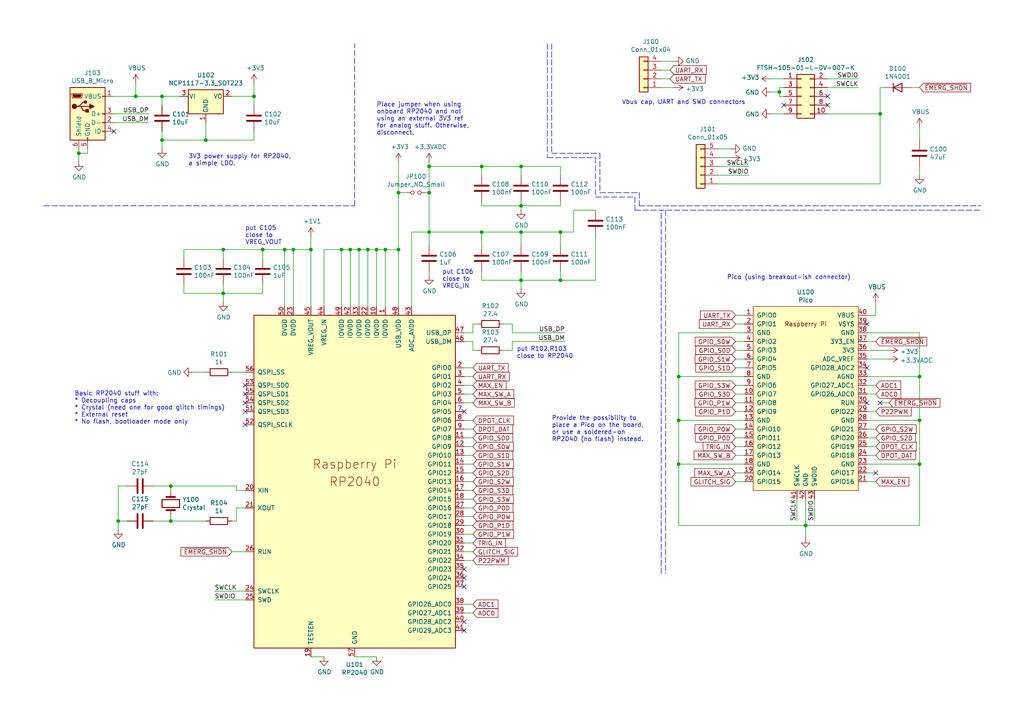
<source format=kicad_sch>
(kicad_sch (version 20211123) (generator eeschema)
  (paper "A4")
  (lib_symbols
    (symbol "Connector:USB_B_Micro" (pin_names (offset 1.016))
      (property "Reference" "J" (at -5.08 11.43 0))
      (property "Value" "USB_B_Micro" (at -5.08 8.89 0))
      (symbol "USB_B_Micro_1_1"
        (pin power_out line (at 7.62 5.08 180) (length 2.54) (name "VBUS") (number "1"))
        (pin bidirectional line (at 7.62 -2.54 180) (length 2.54) (name "D-") (number "2"))
        (pin bidirectional line (at 7.62 0 180) (length 2.54) (name "D+") (number "3"))
        (pin passive line (at 7.62 -5.08 180) (length 2.54) (name "ID") (number "4"))
        (pin power_out line (at 0 -10.16 90) (length 2.54) (name "GND") (number "5"))
        (pin passive line (at -2.54 -10.16 90) (length 2.54) (name "Shield") (number "6"))
      )
    )
    (symbol "Connector_Generic:Conn_01x04" (pin_names (offset 1.016) hide)
      (property "Reference" "J" (at 0 5.08 0))
      (property "Value" "Conn_01x04" (at 0 -7.62 0))
      (symbol "Conn_01x04_1_1"
        (pin passive line (at -5.08 2.54 0) (length 3.81) (name "Pin_1") (number "1"))
        (pin passive line (at -5.08 0 0) (length 3.81) (name "Pin_2") (number "2"))
        (pin passive line (at -5.08 -2.54 0) (length 3.81) (name "Pin_3") (number "3"))
        (pin passive line (at -5.08 -5.08 0) (length 3.81) (name "Pin_4") (number "4"))
      )
    )
    (symbol "Connector_Generic:Conn_01x05" (pin_names (offset 1.016) hide)
      (property "Reference" "J" (at 0 7.62 0))
      (property "Value" "Conn_01x05" (at 0 -7.62 0))
      (symbol "Conn_01x05_1_1"
        (pin passive line (at -5.08 5.08 0) (length 3.81) (name "Pin_1") (number "1"))
        (pin passive line (at -5.08 2.54 0) (length 3.81) (name "Pin_2") (number "2"))
        (pin passive line (at -5.08 0 0) (length 3.81) (name "Pin_3") (number "3"))
        (pin passive line (at -5.08 -2.54 0) (length 3.81) (name "Pin_4") (number "4"))
        (pin passive line (at -5.08 -5.08 0) (length 3.81) (name "Pin_5") (number "5"))
      )
    )
    (symbol "Connector_Generic:Conn_02x05_Odd_Even" (pin_names (offset 1.016) hide)
      (property "Reference" "J" (at 1.27 7.62 0))
      (property "Value" "Conn_02x05_Odd_Even" (at 1.27 -7.62 0))
      (symbol "Conn_02x05_Odd_Even_1_1"
        (pin passive line (at -5.08 5.08 0) (length 3.81) (name "Pin_1") (number "1"))
        (pin passive line (at 7.62 -5.08 180) (length 3.81) (name "Pin_10") (number "10"))
        (pin passive line (at 7.62 5.08 180) (length 3.81) (name "Pin_2") (number "2"))
        (pin passive line (at -5.08 2.54 0) (length 3.81) (name "Pin_3") (number "3"))
        (pin passive line (at 7.62 2.54 180) (length 3.81) (name "Pin_4") (number "4"))
        (pin passive line (at -5.08 0 0) (length 3.81) (name "Pin_5") (number "5"))
        (pin passive line (at 7.62 0 180) (length 3.81) (name "Pin_6") (number "6"))
        (pin passive line (at -5.08 -2.54 0) (length 3.81) (name "Pin_7") (number "7"))
        (pin passive line (at 7.62 -2.54 180) (length 3.81) (name "Pin_8") (number "8"))
        (pin passive line (at -5.08 -5.08 0) (length 3.81) (name "Pin_9") (number "9"))
      )
    )
    (symbol "Device:C" (pin_numbers hide) (pin_names (offset 0.254))
      (property "Reference" "C" (at 0.635 2.54 0))
      (property "Value" "C" (at 0.635 -2.54 0))
      (symbol "C_1_1"
        (pin passive line (at 0 3.81 270) (length 2.794) (name "~") (number "1"))
        (pin passive line (at 0 -3.81 90) (length 2.794) (name "~") (number "2"))
      )
    )
    (symbol "Device:Crystal" (pin_numbers hide) (pin_names (offset 1.016) hide)
      (property "Reference" "Y" (at 0 3.81 0))
      (property "Value" "Crystal" (at 0 -3.81 0))
      (symbol "Crystal_1_1"
        (pin passive line (at -3.81 0 0) (length 1.27) (name "1") (number "1"))
        (pin passive line (at 3.81 0 180) (length 1.27) (name "2") (number "2"))
      )
    )
    (symbol "Device:D" (pin_numbers hide) (pin_names (offset 1.016) hide)
      (property "Reference" "D" (at 0 2.54 0))
      (property "Value" "D" (at 0 -2.54 0))
      (symbol "D_1_1"
        (pin passive line (at -3.81 0 0) (length 2.54) (name "K") (number "1"))
        (pin passive line (at 3.81 0 180) (length 2.54) (name "A") (number "2"))
      )
    )
    (symbol "Device:Jumper_NO_Small" (pin_numbers hide) (pin_names (offset 0.762) hide)
      (property "Reference" "JP" (at 0 2.032 0))
      (property "Value" "Device_Jumper_NO_Small" (at 0.254 -1.524 0))
      (symbol "Jumper_NO_Small_0_1"
        (pin passive line (at -2.54 0 0) (length 1.016) (name "1") (number "1"))
        (pin passive line (at 2.54 0 180) (length 1.016) (name "2") (number "2"))
      )
    )
    (symbol "Device:R" (pin_numbers hide) (pin_names (offset 0))
      (property "Reference" "R" (at 2.032 0 90))
      (property "Value" "R" (at 0 0 90))
      (symbol "R_1_1"
        (pin passive line (at 0 3.81 270) (length 1.27) (name "~") (number "1"))
        (pin passive line (at 0 -3.81 90) (length 1.27) (name "~") (number "2"))
      )
    )
    (symbol "MCU_RaspberryPi_and_Boards:Pico" (pin_names (offset 1.016))
      (property "Reference" "U" (at -13.97 27.94 0))
      (property "Value" "Pico" (at 0 19.05 0))
      (symbol "Pico_0_0"
        (text "Raspberry Pi" (at 0 21.59 0) (effects (font (size 1.27 1.27))))
      )
      (symbol "Pico_1_1"
        (pin bidirectional line (at -17.78 24.13 0) (length 2.54) (name "GPIO0") (number "1"))
        (pin bidirectional line (at -17.78 1.27 0) (length 2.54) (name "GPIO7") (number "10"))
        (pin bidirectional line (at -17.78 -1.27 0) (length 2.54) (name "GPIO8") (number "11"))
        (pin bidirectional line (at -17.78 -3.81 0) (length 2.54) (name "GPIO9") (number "12"))
        (pin power_in line (at -17.78 -6.35 0) (length 2.54) (name "GND") (number "13"))
        (pin bidirectional line (at -17.78 -8.89 0) (length 2.54) (name "GPIO10") (number "14"))
        (pin bidirectional line (at -17.78 -11.43 0) (length 2.54) (name "GPIO11") (number "15"))
        (pin bidirectional line (at -17.78 -13.97 0) (length 2.54) (name "GPIO12") (number "16"))
        (pin bidirectional line (at -17.78 -16.51 0) (length 2.54) (name "GPIO13") (number "17"))
        (pin power_in line (at -17.78 -19.05 0) (length 2.54) (name "GND") (number "18"))
        (pin bidirectional line (at -17.78 -21.59 0) (length 2.54) (name "GPIO14") (number "19"))
        (pin bidirectional line (at -17.78 21.59 0) (length 2.54) (name "GPIO1") (number "2"))
        (pin bidirectional line (at -17.78 -24.13 0) (length 2.54) (name "GPIO15") (number "20"))
        (pin bidirectional line (at 17.78 -24.13 180) (length 2.54) (name "GPIO16") (number "21"))
        (pin bidirectional line (at 17.78 -21.59 180) (length 2.54) (name "GPIO17") (number "22"))
        (pin power_in line (at 17.78 -19.05 180) (length 2.54) (name "GND") (number "23"))
        (pin bidirectional line (at 17.78 -16.51 180) (length 2.54) (name "GPIO18") (number "24"))
        (pin bidirectional line (at 17.78 -13.97 180) (length 2.54) (name "GPIO19") (number "25"))
        (pin bidirectional line (at 17.78 -11.43 180) (length 2.54) (name "GPIO20") (number "26"))
        (pin bidirectional line (at 17.78 -8.89 180) (length 2.54) (name "GPIO21") (number "27"))
        (pin power_in line (at 17.78 -6.35 180) (length 2.54) (name "GND") (number "28"))
        (pin bidirectional line (at 17.78 -3.81 180) (length 2.54) (name "GPIO22") (number "29"))
        (pin power_in line (at -17.78 19.05 0) (length 2.54) (name "GND") (number "3"))
        (pin input line (at 17.78 -1.27 180) (length 2.54) (name "RUN") (number "30"))
        (pin bidirectional line (at 17.78 1.27 180) (length 2.54) (name "GPIO26_ADC0") (number "31"))
        (pin bidirectional line (at 17.78 3.81 180) (length 2.54) (name "GPIO27_ADC1") (number "32"))
        (pin power_in line (at 17.78 6.35 180) (length 2.54) (name "AGND") (number "33"))
        (pin bidirectional line (at 17.78 8.89 180) (length 2.54) (name "GPIO28_ADC2") (number "34"))
        (pin unspecified line (at 17.78 11.43 180) (length 2.54) (name "ADC_VREF") (number "35"))
        (pin unspecified line (at 17.78 13.97 180) (length 2.54) (name "3V3") (number "36"))
        (pin input line (at 17.78 16.51 180) (length 2.54) (name "3V3_EN") (number "37"))
        (pin bidirectional line (at 17.78 19.05 180) (length 2.54) (name "GND") (number "38"))
        (pin unspecified line (at 17.78 21.59 180) (length 2.54) (name "VSYS") (number "39"))
        (pin bidirectional line (at -17.78 16.51 0) (length 2.54) (name "GPIO2") (number "4"))
        (pin unspecified line (at 17.78 24.13 180) (length 2.54) (name "VBUS") (number "40"))
        (pin input line (at -2.54 -29.21 90) (length 2.54) (name "SWCLK") (number "41"))
        (pin power_in line (at 0 -29.21 90) (length 2.54) (name "GND") (number "42"))
        (pin bidirectional line (at 2.54 -29.21 90) (length 2.54) (name "SWDIO") (number "43"))
        (pin bidirectional line (at -17.78 13.97 0) (length 2.54) (name "GPIO3") (number "5"))
        (pin bidirectional line (at -17.78 11.43 0) (length 2.54) (name "GPIO4") (number "6"))
        (pin bidirectional line (at -17.78 8.89 0) (length 2.54) (name "GPIO5") (number "7"))
        (pin power_in line (at -17.78 6.35 0) (length 2.54) (name "GND") (number "8"))
        (pin bidirectional line (at -17.78 3.81 0) (length 2.54) (name "GPIO6") (number "9"))
      )
    )
    (symbol "MCU_RaspberryPi_and_Boards:RP2040" (pin_names (offset 1.016))
      (property "Reference" "U" (at -29.21 49.53 0))
      (property "Value" "RP2040" (at 24.13 -49.53 0))
      (symbol "RP2040_0_0"
        (text "Raspberry Pi" (at 0 5.08 0) (effects (font (size 2.54 2.54))))
        (text "RP2040" (at 0 0 0) (effects (font (size 2.54 2.54))))
      )
      (symbol "RP2040_1_1"
        (pin power_in line (at 8.89 50.8 270) (length 2.54) (name "IOVDD") (number "1"))
        (pin power_in line (at 6.35 50.8 270) (length 2.54) (name "IOVDD") (number "10"))
        (pin bidirectional line (at 31.75 12.7 180) (length 2.54) (name "GPIO8") (number "11"))
        (pin bidirectional line (at 31.75 10.16 180) (length 2.54) (name "GPIO9") (number "12"))
        (pin bidirectional line (at 31.75 7.62 180) (length 2.54) (name "GPIO10") (number "13"))
        (pin bidirectional line (at 31.75 5.08 180) (length 2.54) (name "GPIO11") (number "14"))
        (pin bidirectional line (at 31.75 2.54 180) (length 2.54) (name "GPIO12") (number "15"))
        (pin bidirectional line (at 31.75 0 180) (length 2.54) (name "GPIO13") (number "16"))
        (pin bidirectional line (at 31.75 -2.54 180) (length 2.54) (name "GPIO14") (number "17"))
        (pin bidirectional line (at 31.75 -5.08 180) (length 2.54) (name "GPIO15") (number "18"))
        (pin passive line (at -12.7 -50.8 90) (length 2.54) (name "TESTEN") (number "19"))
        (pin bidirectional line (at 31.75 33.02 180) (length 2.54) (name "GPIO0") (number "2"))
        (pin input line (at -31.75 -2.54 0) (length 2.54) (name "XIN") (number "20"))
        (pin passive line (at -31.75 -7.62 0) (length 2.54) (name "XOUT") (number "21"))
        (pin power_in line (at 3.81 50.8 270) (length 2.54) (name "IOVDD") (number "22"))
        (pin power_in line (at -17.78 50.8 270) (length 2.54) (name "DVDD") (number "23"))
        (pin output line (at -31.75 -31.75 0) (length 2.54) (name "SWCLK") (number "24"))
        (pin bidirectional line (at -31.75 -34.29 0) (length 2.54) (name "SWD") (number "25"))
        (pin input line (at -31.75 -20.32 0) (length 2.54) (name "RUN") (number "26"))
        (pin bidirectional line (at 31.75 -7.62 180) (length 2.54) (name "GPIO16") (number "27"))
        (pin bidirectional line (at 31.75 -10.16 180) (length 2.54) (name "GPIO17") (number "28"))
        (pin bidirectional line (at 31.75 -12.7 180) (length 2.54) (name "GPIO18") (number "29"))
        (pin bidirectional line (at 31.75 30.48 180) (length 2.54) (name "GPIO1") (number "3"))
        (pin bidirectional line (at 31.75 -15.24 180) (length 2.54) (name "GPIO19") (number "30"))
        (pin bidirectional line (at 31.75 -17.78 180) (length 2.54) (name "GPIO20") (number "31"))
        (pin bidirectional line (at 31.75 -20.32 180) (length 2.54) (name "GPIO21") (number "32"))
        (pin power_in line (at 1.27 50.8 270) (length 2.54) (name "IOVDD") (number "33"))
        (pin bidirectional line (at 31.75 -22.86 180) (length 2.54) (name "GPIO22") (number "34"))
        (pin bidirectional line (at 31.75 -25.4 180) (length 2.54) (name "GPIO23") (number "35"))
        (pin bidirectional line (at 31.75 -27.94 180) (length 2.54) (name "GPIO24") (number "36"))
        (pin bidirectional line (at 31.75 -30.48 180) (length 2.54) (name "GPIO25") (number "37"))
        (pin bidirectional line (at 31.75 -35.56 180) (length 2.54) (name "GPIO26_ADC0") (number "38"))
        (pin bidirectional line (at 31.75 -38.1 180) (length 2.54) (name "GPIO27_ADC1") (number "39"))
        (pin bidirectional line (at 31.75 27.94 180) (length 2.54) (name "GPIO2") (number "4"))
        (pin bidirectional line (at 31.75 -40.64 180) (length 2.54) (name "GPIO28_ADC2") (number "40"))
        (pin bidirectional line (at 31.75 -43.18 180) (length 2.54) (name "GPIO29_ADC3") (number "41"))
        (pin power_in line (at -1.27 50.8 270) (length 2.54) (name "IOVDD") (number "42"))
        (pin power_in line (at 16.51 50.8 270) (length 2.54) (name "ADC_AVDD") (number "43"))
        (pin power_in line (at -8.89 50.8 270) (length 2.54) (name "VREG_IN") (number "44"))
        (pin power_out line (at -12.7 50.8 270) (length 2.54) (name "VREG_VOUT") (number "45"))
        (pin bidirectional line (at 31.75 40.64 180) (length 2.54) (name "USB_DM") (number "46"))
        (pin bidirectional line (at 31.75 43.18 180) (length 2.54) (name "USB_DP") (number "47"))
        (pin power_in line (at 12.7 50.8 270) (length 2.54) (name "USB_VDD") (number "48"))
        (pin power_in line (at -3.81 50.8 270) (length 2.54) (name "IOVDD") (number "49"))
        (pin bidirectional line (at 31.75 25.4 180) (length 2.54) (name "GPIO3") (number "5"))
        (pin power_in line (at -20.32 50.8 270) (length 2.54) (name "DVDD") (number "50"))
        (pin bidirectional line (at -31.75 20.32 0) (length 2.54) (name "QSPI_SD3") (number "51"))
        (pin output line (at -31.75 16.51 0) (length 2.54) (name "QSPI_SCLK") (number "52"))
        (pin bidirectional line (at -31.75 27.94 0) (length 2.54) (name "QSPI_SD0") (number "53"))
        (pin bidirectional line (at -31.75 22.86 0) (length 2.54) (name "QSPI_SD2") (number "54"))
        (pin bidirectional line (at -31.75 25.4 0) (length 2.54) (name "QSPI_SD1") (number "55"))
        (pin bidirectional line (at -31.75 31.75 0) (length 2.54) (name "QSPI_SS") (number "56"))
        (pin power_in line (at 0 -50.8 90) (length 2.54) (name "GND") (number "57"))
        (pin bidirectional line (at 31.75 22.86 180) (length 2.54) (name "GPIO4") (number "6"))
        (pin bidirectional line (at 31.75 20.32 180) (length 2.54) (name "GPIO5") (number "7"))
        (pin bidirectional line (at 31.75 17.78 180) (length 2.54) (name "GPIO6") (number "8"))
        (pin bidirectional line (at 31.75 15.24 180) (length 2.54) (name "GPIO7") (number "9"))
      )
    )
    (symbol "Regulator_Linear:NCP1117-3.3_SOT223" (pin_names (offset 0.254))
      (property "Reference" "U" (at -3.81 3.175 0))
      (property "Value" "NCP1117-3.3_SOT223" (at 0 3.175 0))
      (symbol "NCP1117-3.3_SOT223_1_1"
        (pin power_in line (at 0 -7.62 90) (length 2.54) (name "GND") (number "1"))
        (pin power_out line (at 7.62 0 180) (length 2.54) (name "VO") (number "2"))
        (pin power_in line (at -7.62 0 0) (length 2.54) (name "VI") (number "3"))
      )
    )
    (symbol "power:+1V1" (power) (pin_names (offset 0))
      (property "Value" "+1V1" (at 0 3.556 0))
      (symbol "+1V1_1_1"
        (pin power_in line (at 0 0 90) (length 0) hide (name "+1V1") (number "1"))
      )
    )
    (symbol "power:+3.3VADC" (power) (pin_names (offset 0))
      (property "Value" "+3.3VADC" (at 0 2.54 0))
      (symbol "+3.3VADC_0_0"
        (pin power_in line (at 0 0 90) (length 0) hide (name "+3.3VADC") (number "1"))
      )
    )
    (symbol "power:+3V3" (power) (pin_names (offset 0))
      (property "Value" "+3V3" (at 0 3.556 0))
      (symbol "+3V3_1_1"
        (pin power_in line (at 0 0 90) (length 0) hide (name "+3V3") (number "1"))
      )
    )
    (symbol "power:GND" (power) (pin_names (offset 0))
      (property "Value" "GND" (at 0 -3.81 0))
      (symbol "GND_1_1"
        (pin power_in line (at 0 0 270) (length 0) hide (name "GND") (number "1"))
      )
    )
    (symbol "power:VBUS" (power) (pin_names (offset 0))
      (property "Value" "VBUS" (at 0 3.81 0))
      (symbol "VBUS_1_1"
        (pin power_in line (at 0 0 90) (length 0) hide (name "VBUS") (number "1"))
      )
    )
  )
  (junction (at 233.68 152.4))
  (junction (at 151.13 81.28))
  (junction (at 82.55 72.39))
  (junction (at 266.7 109.22))
  (junction (at 90.17 72.39))
  (junction (at 59.69 40.64))
  (junction (at 162.56 67.31))
  (junction (at 104.14 72.39))
  (junction (at 106.68 72.39))
  (junction (at 115.57 55.88))
  (junction (at 124.46 55.88))
  (junction (at 196.85 134.62))
  (junction (at 76.2 72.39))
  (junction (at 255.27 33.02))
  (junction (at 111.76 72.39))
  (junction (at 109.22 72.39))
  (junction (at 139.7 67.31))
  (junction (at 99.06 72.39))
  (junction (at 115.57 72.39))
  (junction (at 46.99 40.64))
  (junction (at 139.7 48.26))
  (junction (at 124.46 67.31))
  (junction (at 39.37 27.94))
  (junction (at 196.85 109.22))
  (junction (at 124.46 48.26))
  (junction (at 49.53 140.97))
  (junction (at 266.7 121.92))
  (junction (at 266.7 134.62))
  (junction (at 151.13 59.69))
  (junction (at 49.53 151.13))
  (junction (at 22.86 44.45))
  (junction (at 64.77 85.09))
  (junction (at 85.09 72.39))
  (junction (at 151.13 67.31))
  (junction (at 226.06 26.67))
  (junction (at 151.13 48.26))
  (junction (at 34.29 151.13))
  (junction (at 64.77 72.39))
  (junction (at 196.85 121.92))
  (junction (at 101.6 72.39))
  (junction (at 73.66 27.94))
  (junction (at 46.99 27.94))
  (junction (at 162.56 81.28))
  (no_connect (at 251.46 116.84))
  (no_connect (at 134.62 170.18))
  (no_connect (at 134.62 182.88))
  (no_connect (at 71.12 114.3))
  (no_connect (at 71.12 123.19))
  (no_connect (at 227.33 30.48))
  (no_connect (at 134.62 180.34))
  (no_connect (at 33.02 38.1))
  (no_connect (at 255.27 116.84))
  (no_connect (at 71.12 111.76))
  (no_connect (at 254 137.16))
  (no_connect (at 240.03 27.94))
  (no_connect (at 134.62 167.64))
  (no_connect (at 251.46 93.98))
  (no_connect (at 251.46 106.68))
  (no_connect (at 134.62 165.1))
  (no_connect (at 71.12 119.38))
  (no_connect (at 240.03 30.48))
  (no_connect (at 71.12 116.84))
  (no_connect (at 134.62 119.38))
  (wire (pts (xy 148.59 101.6) (xy 146.05 101.6)))
  (wire (pts (xy 67.31 107.95) (xy 71.12 107.95)))
  (wire (pts (xy 215.9 129.54) (xy 213.36 129.54)))
  (wire (pts (xy 137.16 160.02) (xy 134.62 160.02)))
  (wire (pts (xy 115.57 55.88) (xy 115.57 72.39)))
  (wire (pts (xy 139.7 67.31) (xy 151.13 67.31)))
  (wire (pts (xy 71.12 142.24) (xy 68.58 142.24)))
  (wire (pts (xy 226.06 26.67) (xy 223.52 26.67)))
  (wire (pts (xy 53.34 85.09) (xy 53.34 82.55)))
  (wire (pts (xy 53.34 72.39) (xy 64.77 72.39)))
  (wire (pts (xy 196.85 121.92) (xy 196.85 134.62)))
  (wire (pts (xy 251.46 132.08) (xy 254 132.08)))
  (wire (pts (xy 134.62 106.68) (xy 137.16 106.68)))
  (wire (pts (xy 151.13 59.69) (xy 162.56 59.69)))
  (wire (pts (xy 266.7 134.62) (xy 266.7 121.92)))
  (wire (pts (xy 139.7 81.28) (xy 139.7 78.74)))
  (wire (pts (xy 148.59 96.52) (xy 163.83 96.52)))
  (wire (pts (xy 215.9 96.52) (xy 196.85 96.52)))
  (wire (pts (xy 266.7 40.64) (xy 266.7 36.83)))
  (polyline (pts (xy 185.42 55.88) (xy 185.42 59.69)))
  (wire (pts (xy 233.68 152.4) (xy 233.68 156.21)))
  (wire (pts (xy 226.06 27.94) (xy 227.33 27.94)))
  (polyline (pts (xy 173.99 44.45) (xy 173.99 55.88)))
  (wire (pts (xy 226.06 26.67) (xy 226.06 27.94)))
  (wire (pts (xy 49.53 142.24) (xy 49.53 140.97)))
  (wire (pts (xy 134.62 111.76) (xy 137.16 111.76)))
  (wire (pts (xy 137.16 124.46) (xy 134.62 124.46)))
  (wire (pts (xy 73.66 27.94) (xy 73.66 30.48)))
  (wire (pts (xy 134.62 132.08) (xy 137.16 132.08)))
  (wire (pts (xy 213.36 119.38) (xy 215.9 119.38)))
  (wire (pts (xy 162.56 59.69) (xy 162.56 58.42)))
  (wire (pts (xy 76.2 72.39) (xy 76.2 74.93)))
  (wire (pts (xy 119.38 67.31) (xy 119.38 88.9)))
  (wire (pts (xy 257.81 101.6) (xy 251.46 101.6)))
  (wire (pts (xy 134.62 137.16) (xy 137.16 137.16)))
  (wire (pts (xy 266.7 50.8) (xy 266.7 48.26)))
  (wire (pts (xy 196.85 121.92) (xy 196.85 109.22)))
  (wire (pts (xy 151.13 81.28) (xy 139.7 81.28)))
  (wire (pts (xy 251.46 111.76) (xy 254 111.76)))
  (wire (pts (xy 137.16 177.8) (xy 134.62 177.8)))
  (wire (pts (xy 266.7 109.22) (xy 251.46 109.22)))
  (wire (pts (xy 137.16 144.78) (xy 134.62 144.78)))
  (wire (pts (xy 44.45 151.13) (xy 49.53 151.13)))
  (polyline (pts (xy 158.75 12.7) (xy 158.75 45.72)))
  (polyline (pts (xy 172.72 57.15) (xy 184.15 57.15)))
  (wire (pts (xy 213.36 106.68) (xy 215.9 106.68)))
  (wire (pts (xy 208.28 53.34) (xy 255.27 53.34)))
  (wire (pts (xy 137.16 162.56) (xy 134.62 162.56)))
  (wire (pts (xy 73.66 40.64) (xy 73.66 38.1)))
  (wire (pts (xy 213.36 139.7) (xy 215.9 139.7)))
  (wire (pts (xy 162.56 81.28) (xy 151.13 81.28)))
  (wire (pts (xy 151.13 78.74) (xy 151.13 81.28)))
  (wire (pts (xy 255.27 53.34) (xy 255.27 33.02)))
  (wire (pts (xy 124.46 55.88) (xy 124.46 67.31)))
  (wire (pts (xy 52.07 27.94) (xy 46.99 27.94)))
  (wire (pts (xy 46.99 43.18) (xy 46.99 40.64)))
  (wire (pts (xy 46.99 40.64) (xy 59.69 40.64)))
  (wire (pts (xy 139.7 67.31) (xy 139.7 71.12)))
  (wire (pts (xy 111.76 72.39) (xy 115.57 72.39)))
  (wire (pts (xy 137.16 134.62) (xy 134.62 134.62)))
  (wire (pts (xy 109.22 190.5) (xy 102.87 190.5)))
  (wire (pts (xy 257.81 116.84) (xy 255.27 116.84)))
  (wire (pts (xy 124.46 55.88) (xy 124.46 48.26)))
  (wire (pts (xy 233.68 144.78) (xy 233.68 152.4)))
  (wire (pts (xy 101.6 88.9) (xy 101.6 72.39)))
  (wire (pts (xy 34.29 140.97) (xy 36.83 140.97)))
  (wire (pts (xy 251.46 91.44) (xy 254 91.44)))
  (wire (pts (xy 266.7 96.52) (xy 251.46 96.52)))
  (wire (pts (xy 134.62 147.32) (xy 137.16 147.32)))
  (wire (pts (xy 49.53 140.97) (xy 68.58 140.97)))
  (wire (pts (xy 139.7 58.42) (xy 139.7 59.69)))
  (wire (pts (xy 213.36 127) (xy 215.9 127)))
  (wire (pts (xy 255.27 25.4) (xy 255.27 33.02)))
  (wire (pts (xy 139.7 48.26) (xy 139.7 50.8)))
  (wire (pts (xy 134.62 127) (xy 137.16 127)))
  (wire (pts (xy 64.77 72.39) (xy 64.77 74.93)))
  (wire (pts (xy 148.59 93.98) (xy 148.59 96.52)))
  (wire (pts (xy 172.72 68.58) (xy 172.72 81.28)))
  (wire (pts (xy 213.36 132.08) (xy 215.9 132.08)))
  (wire (pts (xy 134.62 121.92) (xy 137.16 121.92)))
  (wire (pts (xy 208.28 48.26) (xy 217.17 48.26)))
  (wire (pts (xy 109.22 72.39) (xy 111.76 72.39)))
  (wire (pts (xy 93.98 88.9) (xy 93.98 72.39)))
  (wire (pts (xy 191.77 17.78) (xy 195.58 17.78)))
  (wire (pts (xy 134.62 99.06) (xy 137.16 99.06)))
  (wire (pts (xy 162.56 78.74) (xy 162.56 81.28)))
  (wire (pts (xy 137.16 149.86) (xy 134.62 149.86)))
  (wire (pts (xy 137.16 116.84) (xy 134.62 116.84)))
  (wire (pts (xy 196.85 109.22) (xy 215.9 109.22)))
  (wire (pts (xy 266.7 121.92) (xy 251.46 121.92)))
  (polyline (pts (xy 158.75 45.72) (xy 172.72 45.72)))
  (wire (pts (xy 240.03 33.02) (xy 255.27 33.02)))
  (polyline (pts (xy 191.77 166.37) (xy 191.77 60.96)))
  (wire (pts (xy 25.4 44.45) (xy 25.4 43.18)))
  (wire (pts (xy 208.28 43.18) (xy 212.09 43.18)))
  (wire (pts (xy 115.57 46.99) (xy 115.57 55.88)))
  (wire (pts (xy 115.57 88.9) (xy 115.57 72.39)))
  (wire (pts (xy 137.16 93.98) (xy 137.16 96.52)))
  (wire (pts (xy 104.14 72.39) (xy 106.68 72.39)))
  (wire (pts (xy 151.13 48.26) (xy 162.56 48.26)))
  (wire (pts (xy 67.31 27.94) (xy 73.66 27.94)))
  (wire (pts (xy 255.27 25.4) (xy 256.54 25.4)))
  (wire (pts (xy 254 119.38) (xy 251.46 119.38)))
  (wire (pts (xy 59.69 151.13) (xy 49.53 151.13)))
  (wire (pts (xy 46.99 40.64) (xy 46.99 38.1)))
  (wire (pts (xy 266.7 152.4) (xy 266.7 134.62)))
  (wire (pts (xy 82.55 72.39) (xy 82.55 88.9)))
  (wire (pts (xy 68.58 142.24) (xy 68.58 140.97)))
  (wire (pts (xy 33.02 33.02) (xy 43.18 33.02)))
  (wire (pts (xy 264.16 25.4) (xy 266.7 25.4)))
  (wire (pts (xy 254 137.16) (xy 251.46 137.16)))
  (wire (pts (xy 64.77 85.09) (xy 76.2 85.09)))
  (polyline (pts (xy 160.02 44.45) (xy 173.99 44.45)))
  (wire (pts (xy 196.85 152.4) (xy 233.68 152.4)))
  (wire (pts (xy 254 91.44) (xy 254 87.63)))
  (wire (pts (xy 148.59 99.06) (xy 163.83 99.06)))
  (wire (pts (xy 34.29 153.67) (xy 34.29 151.13)))
  (wire (pts (xy 123.19 55.88) (xy 124.46 55.88)))
  (wire (pts (xy 139.7 48.26) (xy 151.13 48.26)))
  (wire (pts (xy 68.58 147.32) (xy 71.12 147.32)))
  (wire (pts (xy 118.11 55.88) (xy 115.57 55.88)))
  (wire (pts (xy 68.58 151.13) (xy 68.58 147.32)))
  (wire (pts (xy 137.16 96.52) (xy 134.62 96.52)))
  (wire (pts (xy 166.37 67.31) (xy 166.37 60.96)))
  (wire (pts (xy 233.68 152.4) (xy 266.7 152.4)))
  (wire (pts (xy 137.16 101.6) (xy 138.43 101.6)))
  (wire (pts (xy 124.46 71.12) (xy 124.46 67.31)))
  (wire (pts (xy 240.03 25.4) (xy 248.92 25.4)))
  (wire (pts (xy 99.06 72.39) (xy 101.6 72.39)))
  (wire (pts (xy 39.37 24.13) (xy 39.37 27.94)))
  (wire (pts (xy 36.83 151.13) (xy 34.29 151.13)))
  (polyline (pts (xy 185.42 59.69) (xy 284.48 59.69)))
  (wire (pts (xy 226.06 25.4) (xy 226.06 26.67)))
  (wire (pts (xy 162.56 67.31) (xy 166.37 67.31)))
  (wire (pts (xy 138.43 93.98) (xy 137.16 93.98)))
  (wire (pts (xy 240.03 22.86) (xy 248.92 22.86)))
  (wire (pts (xy 101.6 72.39) (xy 104.14 72.39)))
  (wire (pts (xy 251.46 127) (xy 254 127)))
  (wire (pts (xy 215.9 124.46) (xy 213.36 124.46)))
  (wire (pts (xy 99.06 88.9) (xy 99.06 72.39)))
  (wire (pts (xy 49.53 151.13) (xy 49.53 149.86)))
  (wire (pts (xy 34.29 151.13) (xy 34.29 140.97)))
  (wire (pts (xy 137.16 154.94) (xy 134.62 154.94)))
  (wire (pts (xy 62.23 171.45) (xy 71.12 171.45)))
  (polyline (pts (xy 184.15 57.15) (xy 184.15 60.96)))
  (wire (pts (xy 227.33 33.02) (xy 223.52 33.02)))
  (wire (pts (xy 64.77 82.55) (xy 64.77 85.09)))
  (wire (pts (xy 151.13 81.28) (xy 151.13 83.82)))
  (wire (pts (xy 137.16 139.7) (xy 134.62 139.7)))
  (wire (pts (xy 151.13 59.69) (xy 151.13 60.96)))
  (wire (pts (xy 134.62 175.26) (xy 137.16 175.26)))
  (polyline (pts (xy 172.72 45.72) (xy 172.72 57.15)))
  (polyline (pts (xy 173.99 55.88) (xy 185.42 55.88)))
  (wire (pts (xy 254 124.46) (xy 251.46 124.46)))
  (wire (pts (xy 213.36 93.98) (xy 215.9 93.98)))
  (wire (pts (xy 137.16 129.54) (xy 134.62 129.54)))
  (wire (pts (xy 62.23 173.99) (xy 71.12 173.99)))
  (wire (pts (xy 162.56 48.26) (xy 162.56 50.8)))
  (wire (pts (xy 106.68 88.9) (xy 106.68 72.39)))
  (wire (pts (xy 124.46 48.26) (xy 139.7 48.26)))
  (polyline (pts (xy 193.04 60.96) (xy 193.04 166.37)))
  (wire (pts (xy 67.31 160.02) (xy 71.12 160.02)))
  (wire (pts (xy 166.37 60.96) (xy 172.72 60.96)))
  (wire (pts (xy 55.88 107.95) (xy 59.69 107.95)))
  (wire (pts (xy 106.68 72.39) (xy 109.22 72.39)))
  (wire (pts (xy 90.17 190.5) (xy 93.98 190.5)))
  (wire (pts (xy 39.37 27.94) (xy 46.99 27.94)))
  (wire (pts (xy 151.13 67.31) (xy 151.13 71.12)))
  (wire (pts (xy 134.62 152.4) (xy 137.16 152.4)))
  (wire (pts (xy 85.09 72.39) (xy 90.17 72.39)))
  (wire (pts (xy 53.34 85.09) (xy 64.77 85.09)))
  (wire (pts (xy 151.13 48.26) (xy 151.13 50.8)))
  (wire (pts (xy 22.86 44.45) (xy 22.86 43.18)))
  (wire (pts (xy 104.14 88.9) (xy 104.14 72.39)))
  (wire (pts (xy 227.33 25.4) (xy 226.06 25.4)))
  (wire (pts (xy 172.72 81.28) (xy 162.56 81.28)))
  (wire (pts (xy 90.17 68.58) (xy 90.17 72.39)))
  (wire (pts (xy 257.81 104.14) (xy 251.46 104.14)))
  (wire (pts (xy 266.7 121.92) (xy 266.7 109.22)))
  (polyline (pts (xy 102.87 59.69) (xy 102.87 12.7)))
  (wire (pts (xy 93.98 72.39) (xy 99.06 72.39)))
  (wire (pts (xy 137.16 109.22) (xy 134.62 109.22)))
  (wire (pts (xy 196.85 134.62) (xy 215.9 134.62)))
  (wire (pts (xy 85.09 72.39) (xy 85.09 88.9)))
  (wire (pts (xy 76.2 72.39) (xy 82.55 72.39)))
  (wire (pts (xy 111.76 88.9) (xy 111.76 72.39)))
  (wire (pts (xy 215.9 137.16) (xy 213.36 137.16)))
  (wire (pts (xy 82.55 72.39) (xy 85.09 72.39)))
  (wire (pts (xy 254 114.3) (xy 251.46 114.3)))
  (wire (pts (xy 227.33 22.86) (xy 223.52 22.86)))
  (wire (pts (xy 64.77 72.39) (xy 76.2 72.39)))
  (wire (pts (xy 134.62 157.48) (xy 137.16 157.48)))
  (wire (pts (xy 33.02 35.56) (xy 43.18 35.56)))
  (wire (pts (xy 215.9 121.92) (xy 196.85 121.92)))
  (wire (pts (xy 254 99.06) (xy 251.46 99.06)))
  (wire (pts (xy 194.31 20.32) (xy 191.77 20.32)))
  (wire (pts (xy 137.16 99.06) (xy 137.16 101.6)))
  (wire (pts (xy 39.37 27.94) (xy 33.02 27.94)))
  (wire (pts (xy 266.7 109.22) (xy 266.7 96.52)))
  (polyline (pts (xy 184.15 60.96) (xy 284.48 60.96)))
  (wire (pts (xy 49.53 140.97) (xy 44.45 140.97)))
  (wire (pts (xy 191.77 25.4) (xy 195.58 25.4)))
  (wire (pts (xy 64.77 85.09) (xy 64.77 87.63)))
  (wire (pts (xy 266.7 134.62) (xy 251.46 134.62)))
  (wire (pts (xy 124.46 67.31) (xy 139.7 67.31)))
  (wire (pts (xy 215.9 99.06) (xy 213.36 99.06)))
  (wire (pts (xy 59.69 40.64) (xy 59.69 35.56)))
  (wire (pts (xy 46.99 27.94) (xy 46.99 30.48)))
  (wire (pts (xy 215.9 101.6) (xy 213.36 101.6)))
  (wire (pts (xy 67.31 151.13) (xy 68.58 151.13)))
  (wire (pts (xy 208.28 45.72) (xy 212.09 45.72)))
  (wire (pts (xy 208.28 50.8) (xy 217.17 50.8)))
  (wire (pts (xy 231.14 144.78) (xy 231.14 151.13)))
  (wire (pts (xy 151.13 67.31) (xy 162.56 67.31)))
  (wire (pts (xy 148.59 99.06) (xy 148.59 101.6)))
  (wire (pts (xy 251.46 139.7) (xy 254 139.7)))
  (wire (pts (xy 196.85 134.62) (xy 196.85 152.4)))
  (wire (pts (xy 151.13 58.42) (xy 151.13 59.69)))
  (wire (pts (xy 215.9 91.44) (xy 213.36 91.44)))
  (wire (pts (xy 139.7 59.69) (xy 151.13 59.69)))
  (wire (pts (xy 134.62 114.3) (xy 137.16 114.3)))
  (wire (pts (xy 213.36 104.14) (xy 215.9 104.14)))
  (wire (pts (xy 124.46 80.01) (xy 124.46 78.74)))
  (wire (pts (xy 162.56 67.31) (xy 162.56 71.12)))
  (wire (pts (xy 76.2 82.55) (xy 76.2 85.09)))
  (wire (pts (xy 196.85 96.52) (xy 196.85 109.22)))
  (wire (pts (xy 191.77 22.86) (xy 194.31 22.86)))
  (wire (pts (xy 215.9 111.76) (xy 213.36 111.76)))
  (wire (pts (xy 146.05 93.98) (xy 148.59 93.98)))
  (wire (pts (xy 124.46 67.31) (xy 119.38 67.31)))
  (wire (pts (xy 109.22 88.9) (xy 109.22 72.39)))
  (wire (pts (xy 53.34 74.93) (xy 53.34 72.39)))
  (wire (pts (xy 254 129.54) (xy 251.46 129.54)))
  (wire (pts (xy 59.69 40.64) (xy 73.66 40.64)))
  (wire (pts (xy 22.86 44.45) (xy 25.4 44.45)))
  (wire (pts (xy 22.86 46.99) (xy 22.86 44.45)))
  (wire (pts (xy 134.62 142.24) (xy 137.16 142.24)))
  (wire (pts (xy 73.66 27.94) (xy 73.66 24.13)))
  (wire (pts (xy 124.46 48.26) (xy 124.46 46.99)))
  (wire (pts (xy 215.9 116.84) (xy 213.36 116.84)))
  (wire (pts (xy 90.17 72.39) (xy 90.17 88.9)))
  (wire (pts (xy 236.22 144.78) (xy 236.22 151.13)))
  (wire (pts (xy 213.36 114.3) (xy 215.9 114.3)))
  (polyline (pts (xy 160.02 12.7) (xy 160.02 44.45)))
  (polyline (pts (xy 12.7 59.69) (xy 102.87 59.69)))
  (text "Place jumper when using\nonboard RP2040 and not\nusing an external 3V3 ref\nfor analog stuff. Otherwise,\ndisconnect." (at 109.22 39.37 0) (effects (font (size 1.27 1.27)) (justify left bottom)))
  (text "put C106\nclose to\nVREG_IN" (at 128.27 83.82 0) (effects (font (size 1.27 1.27)) (justify left bottom)))
  (text "Vbus cap, UART and SWD connectors" (at 180.34 30.48 0) (effects (font (size 1.27 1.27)) (justify left bottom)))
  (text "put C105\nclose to\nVREG_VOUT" (at 71.12 71.12 0) (effects (font (size 1.27 1.27)) (justify left bottom)))
  (text "Pico (using breakout-ish connector)" (at 210.82 81.28 0) (effects (font (size 1.27 1.27)) (justify left bottom)))
  (text "3V3 power supply for RP2040,\na simple LDO." (at 54.61 48.26 0) (effects (font (size 1.27 1.27)) (justify left bottom)))
  (text "put R102,R103\nclose to RP2040" (at 149.86 104.14 0) (effects (font (size 1.27 1.27)) (justify left bottom)))
  (text "Basic RP2040 stuff with:\n* Decoupling caps\n* Crystal (need one for good glitch timings)\n* External reset\n* No flash, bootloader mode only" (at 21.59 123.19 0) (effects (font (size 1.27 1.27)) (justify left bottom)))
  (text "Provide the possibility to\nplace a Pico on the board,\nor use a soldered-on\nRP2040 (no flash) instead." (at 160.02 128.27 0) (effects (font (size 1.27 1.27)) (justify left bottom)))
  (label "SWCLK" (at 217.17 48.26 180))
  (label "USB_DM" (at 43.18 35.56 180))
  (label "SWCLK" (at 62.23 171.45 0))
  (label "USB_DM" (at 163.83 99.06 180))
  (label "SWDIO" (at 236.22 151.13 90))
  (label "SWDIO" (at 248.92 22.86 180))
  (label "USB_DP" (at 43.18 33.02 180))
  (label "SWCLK" (at 248.92 25.4 180))
  (label "USB_DP" (at 163.83 96.52 180))
  (label "SWDIO" (at 62.23 173.99 0))
  (label "SWDIO" (at 217.17 50.8 180))
  (label "SWCLK" (at 231.14 151.13 90))
  (global_label "GPIO_S2D" (shape input) (at 137.16 137.16 0) (property "Intersheet References" "${INTERSHEET_REFS}" (effects hide)))
  (global_label "GPIO_S1D" (shape input) (at 213.36 106.68 180) (property "Intersheet References" "${INTERSHEET_REFS}" (effects hide)))
  (global_label "~{EMERG_SHDN}" (shape input) (at 67.31 160.02 180) (property "Intersheet References" "${INTERSHEET_REFS}" (effects hide)))
  (global_label "GPIO_P1W" (shape input) (at 137.16 154.94 0) (property "Intersheet References" "${INTERSHEET_REFS}" (effects hide)))
  (global_label "ADC0" (shape input) (at 137.16 177.8 0) (property "Intersheet References" "${INTERSHEET_REFS}" (effects hide)))
  (global_label "TRIG_IN" (shape input) (at 137.16 157.48 0) (property "Intersheet References" "${INTERSHEET_REFS}" (effects hide)))
  (global_label "GPIO_S2W" (shape input) (at 137.16 139.7 0) (property "Intersheet References" "${INTERSHEET_REFS}" (effects hide)))
  (global_label "GPIO_P1W" (shape input) (at 213.36 116.84 180) (property "Intersheet References" "${INTERSHEET_REFS}" (effects hide)))
  (global_label "TRIG_IN" (shape input) (at 213.36 129.54 180) (property "Intersheet References" "${INTERSHEET_REFS}" (effects hide)))
  (global_label "ADC1" (shape input) (at 137.16 175.26 0) (property "Intersheet References" "${INTERSHEET_REFS}" (effects hide)))
  (global_label "MAX_SW_B" (shape input) (at 137.16 116.84 0) (property "Intersheet References" "${INTERSHEET_REFS}" (effects hide)))
  (global_label "GPIO_S2D" (shape input) (at 254 127 0) (property "Intersheet References" "${INTERSHEET_REFS}" (effects hide)))
  (global_label "MAX_SW_A" (shape input) (at 213.36 137.16 180) (property "Intersheet References" "${INTERSHEET_REFS}" (effects hide)))
  (global_label "GPIO_P0D" (shape input) (at 213.36 127 180) (property "Intersheet References" "${INTERSHEET_REFS}" (effects hide)))
  (global_label "GPIO_S1D" (shape input) (at 137.16 132.08 0) (property "Intersheet References" "${INTERSHEET_REFS}" (effects hide)))
  (global_label "DPOT_DAT" (shape input) (at 137.16 124.46 0) (property "Intersheet References" "${INTERSHEET_REFS}" (effects hide)))
  (global_label "~{EMERG_SHDN}" (shape input) (at 266.7 25.4 0) (property "Intersheet References" "${INTERSHEET_REFS}" (effects hide)))
  (global_label "DPOT_DAT" (shape input) (at 254 132.08 0) (property "Intersheet References" "${INTERSHEET_REFS}" (effects hide)))
  (global_label "MAX_SW_A" (shape input) (at 137.16 114.3 0) (property "Intersheet References" "${INTERSHEET_REFS}" (effects hide)))
  (global_label "GLITCH_SIG" (shape input) (at 137.16 160.02 0) (property "Intersheet References" "${INTERSHEET_REFS}" (effects hide)))
  (global_label "GPIO_P0D" (shape input) (at 137.16 147.32 0) (property "Intersheet References" "${INTERSHEET_REFS}" (effects hide)))
  (global_label "~{EMERG_SHDN}" (shape input) (at 254 99.06 0) (property "Intersheet References" "${INTERSHEET_REFS}" (effects hide)))
  (global_label "GPIO_S3D" (shape input) (at 213.36 114.3 180) (property "Intersheet References" "${INTERSHEET_REFS}" (effects hide)))
  (global_label "ADC1" (shape input) (at 254 111.76 0) (property "Intersheet References" "${INTERSHEET_REFS}" (effects hide)))
  (global_label "~{EMERG_SHDN}" (shape input) (at 257.81 116.84 0) (property "Intersheet References" "${INTERSHEET_REFS}" (effects hide)))
  (global_label "GPIO_S1W" (shape input) (at 137.16 134.62 0) (property "Intersheet References" "${INTERSHEET_REFS}" (effects hide)))
  (global_label "GPIO_S0W" (shape input) (at 213.36 99.06 180) (property "Intersheet References" "${INTERSHEET_REFS}" (effects hide)))
  (global_label "MAX_EN" (shape input) (at 137.16 111.76 0) (property "Intersheet References" "${INTERSHEET_REFS}" (effects hide)))
  (global_label "P22PWM" (shape input) (at 137.16 162.56 0) (property "Intersheet References" "${INTERSHEET_REFS}" (effects hide)))
  (global_label "UART_RX" (shape input) (at 213.36 93.98 180) (property "Intersheet References" "${INTERSHEET_REFS}" (effects hide)))
  (global_label "GPIO_S3D" (shape input) (at 137.16 142.24 0) (property "Intersheet References" "${INTERSHEET_REFS}" (effects hide)))
  (global_label "UART_TX" (shape input) (at 137.16 106.68 0) (property "Intersheet References" "${INTERSHEET_REFS}" (effects hide)))
  (global_label "GPIO_S0D" (shape input) (at 213.36 101.6 180) (property "Intersheet References" "${INTERSHEET_REFS}" (effects hide)))
  (global_label "GPIO_S0D" (shape input) (at 137.16 127 0) (property "Intersheet References" "${INTERSHEET_REFS}" (effects hide)))
  (global_label "GPIO_P0W" (shape input) (at 213.36 124.46 180) (property "Intersheet References" "${INTERSHEET_REFS}" (effects hide)))
  (global_label "GPIO_S1W" (shape input) (at 213.36 104.14 180) (property "Intersheet References" "${INTERSHEET_REFS}" (effects hide)))
  (global_label "GPIO_S2W" (shape input) (at 254 124.46 0) (property "Intersheet References" "${INTERSHEET_REFS}" (effects hide)))
  (global_label "GPIO_S0W" (shape input) (at 137.16 129.54 0) (property "Intersheet References" "${INTERSHEET_REFS}" (effects hide)))
  (global_label "DPOT_CLK" (shape input) (at 254 129.54 0) (property "Intersheet References" "${INTERSHEET_REFS}" (effects hide)))
  (global_label "UART_TX" (shape input) (at 194.31 22.86 0) (property "Intersheet References" "${INTERSHEET_REFS}" (effects hide)))
  (global_label "MAX_EN" (shape input) (at 254 139.7 0) (property "Intersheet References" "${INTERSHEET_REFS}" (effects hide)))
  (global_label "GPIO_S3W" (shape input) (at 137.16 144.78 0) (property "Intersheet References" "${INTERSHEET_REFS}" (effects hide)))
  (global_label "MAX_SW_B" (shape input) (at 213.36 132.08 180) (property "Intersheet References" "${INTERSHEET_REFS}" (effects hide)))
  (global_label "UART_RX" (shape input) (at 194.31 20.32 0) (property "Intersheet References" "${INTERSHEET_REFS}" (effects hide)))
  (global_label "GPIO_S3W" (shape input) (at 213.36 111.76 180) (property "Intersheet References" "${INTERSHEET_REFS}" (effects hide)))
  (global_label "GPIO_P1D" (shape input) (at 137.16 152.4 0) (property "Intersheet References" "${INTERSHEET_REFS}" (effects hide)))
  (global_label "GPIO_P0W" (shape input) (at 137.16 149.86 0) (property "Intersheet References" "${INTERSHEET_REFS}" (effects hide)))
  (global_label "GPIO_P1D" (shape input) (at 213.36 119.38 180) (property "Intersheet References" "${INTERSHEET_REFS}" (effects hide)))
  (global_label "ADC0" (shape input) (at 254 114.3 0) (property "Intersheet References" "${INTERSHEET_REFS}" (effects hide)))
  (global_label "DPOT_CLK" (shape input) (at 137.16 121.92 0) (property "Intersheet References" "${INTERSHEET_REFS}" (effects hide)))
  (global_label "GLITCH_SIG" (shape input) (at 213.36 139.7 180) (property "Intersheet References" "${INTERSHEET_REFS}" (effects hide)))
  (global_label "UART_TX" (shape input) (at 213.36 91.44 180) (property "Intersheet References" "${INTERSHEET_REFS}" (effects hide)))
  (global_label "UART_RX" (shape input) (at 137.16 109.22 0) (property "Intersheet References" "${INTERSHEET_REFS}" (effects hide)))
  (global_label "P22PWM" (shape input) (at 254 119.38 0) (property "Intersheet References" "${INTERSHEET_REFS}" (effects hide)))
  (symbol (lib_id "MCU_RaspberryPi_and_Boards:Pico") (at 233.68 115.57 0) (unit 1)
    (property "Reference" "U100" (at 233.68 84.709 0))
    (property "Value" "Pico" (at 233.68 87.0204 0))
    (property "Footprint" "MCU_RaspberryPi_and_Boards:RPi_Pico_SMD_TH" (effects hide))
  )
  (symbol (lib_id "MCU_RaspberryPi_and_Boards:RP2040") (at 102.87 139.7 0) (unit 1) (in_bom no) (on_board no)
    (property "Reference" "U101" (at 102.87 192.7606 0))
    (property "Value" "RP2040" (at 102.87 195.072 0))
    (property "Footprint" "MCU_RaspberryPi_and_Boards:RP2040-QFN-56" (effects hide))
  )
  (symbol (lib_id "power:GND") (at 233.68 156.21 0) (unit 1)
    (property "Reference" "#PWR0102" (effects hide))
    (property "Value" "GND" (at 233.807 160.6042 0))
  )
  (symbol (lib_id "power:VBUS") (at 254 87.63 0) (unit 1)
    (property "Reference" "#PWR0103" (effects hide))
    (property "Value" "VBUS" (at 254.381 83.2358 0))
  )
  (symbol (lib_id "power:+3V3") (at 257.81 101.6 270) (unit 1)
    (property "Reference" "#PWR0104" (effects hide))
    (property "Value" "+3V3" (at 261.0612 101.981 90) (effects (justify left)))
  )
  (symbol (lib_id "power:+3.3VADC") (at 257.81 104.14 270) (unit 1)
    (property "Reference" "#PWR0105" (effects hide))
    (property "Value" "+3.3VADC" (at 261.0612 104.521 90) (effects (justify left)))
  )
  (symbol (lib_id "power:VBUS") (at 266.7 36.83 0) (unit 1)
    (property "Reference" "#PWR0106" (effects hide))
    (property "Value" "VBUS" (at 267.081 32.4358 0))
  )
  (symbol (lib_id "Device:C") (at 266.7 44.45 0) (unit 1)
    (property "Reference" "C100" (at 269.621 43.2816 0) (effects (justify left)))
    (property "Value" "47uF" (at 269.621 45.593 0) (effects (justify left)))
    (property "Footprint" "Capacitor_THT:CP_Radial_D4.0mm_P2.00mm" (effects hide))
  )
  (symbol (lib_id "power:GND") (at 266.7 50.8 0) (unit 1)
    (property "Reference" "#PWR0107" (effects hide))
    (property "Value" "GND" (at 266.827 55.1942 0))
  )
  (symbol (lib_id "Device:D") (at 260.35 25.4 0) (unit 1)
    (property "Reference" "D100" (at 260.35 19.8882 0))
    (property "Value" "1N4001" (at 260.35 22.1996 0))
    (property "Footprint" "Diode_SMD:D_SOD-123" (effects hide))
  )
  (symbol (lib_id "Connector_Generic:Conn_02x05_Odd_Even") (at 232.41 27.94 0) (unit 1)
    (property "Reference" "J102" (at 233.68 17.3482 0))
    (property "Value" "FTSH-105-01-L-DV-007-K" (at 233.68 19.6596 0))
    (property "Footprint" "lethalbit-connectors:FTSH-105-01-L-DV-K-TR" (effects hide))
  )
  (symbol (lib_id "power:+3V3") (at 223.52 22.86 90) (unit 1)
    (property "Reference" "#PWR0112" (effects hide))
    (property "Value" "+3V3" (at 220.2688 22.479 90) (effects (justify left)))
  )
  (symbol (lib_id "power:GND") (at 223.52 26.67 270) (unit 1)
    (property "Reference" "#PWR0113" (effects hide))
    (property "Value" "GND" (at 220.2688 26.797 90) (effects (justify right)))
  )
  (symbol (lib_id "power:GND") (at 223.52 33.02 270) (unit 1)
    (property "Reference" "#PWR0114" (effects hide))
    (property "Value" "GND" (at 220.2688 33.147 90) (effects (justify right)))
  )
  (symbol (lib_id "Connector:USB_B_Micro") (at 25.4 33.02 0) (unit 1) (in_bom no) (on_board no)
    (property "Reference" "J103" (at 26.8478 21.1582 0))
    (property "Value" "USB_B_Micro" (at 26.8478 23.4696 0))
    (property "Footprint" "Connector_USB:USB_Micro-B_Wuerth_629105150521" (effects hide))
  )
  (symbol (lib_id "Regulator_Linear:NCP1117-3.3_SOT223") (at 59.69 27.94 0) (unit 1) (in_bom no) (on_board no)
    (property "Reference" "U102" (at 59.69 21.7932 0))
    (property "Value" "NCP1117-3.3_SOT223" (at 59.69 24.1046 0))
    (property "Footprint" "Package_TO_SOT_SMD:SOT-223-3_TabPin2" (effects hide))
    (property "Datasheet" "http://www.onsemi.com/pub_link/Collateral/NCP1117-D.PDF" (effects hide))
  )
  (symbol (lib_id "power:VBUS") (at 39.37 24.13 0) (unit 1)
    (property "Reference" "#PWR0115" (effects hide))
    (property "Value" "VBUS" (at 39.751 19.7358 0))
  )
  (symbol (lib_id "power:GND") (at 22.86 46.99 0) (unit 1)
    (property "Reference" "#PWR0116" (effects hide))
    (property "Value" "GND" (at 22.987 51.3842 0))
  )
  (symbol (lib_id "Device:C") (at 46.99 34.29 0) (unit 1) (in_bom no) (on_board no)
    (property "Reference" "C101" (at 49.911 33.1216 0) (effects (justify left)))
    (property "Value" "10uF" (at 49.911 35.433 0) (effects (justify left)))
    (property "Footprint" "Capacitor_SMD:C_0603_1608Metric_Pad1.08x0.95mm_HandSolder" (effects hide))
  )
  (symbol (lib_id "power:GND") (at 46.99 43.18 0) (unit 1)
    (property "Reference" "#PWR0117" (effects hide))
    (property "Value" "GND" (at 47.117 47.5742 0))
  )
  (symbol (lib_id "Device:C") (at 73.66 34.29 0) (unit 1) (in_bom no) (on_board no)
    (property "Reference" "C102" (at 76.581 33.1216 0) (effects (justify left)))
    (property "Value" "10uF" (at 76.581 35.433 0) (effects (justify left)))
    (property "Footprint" "Capacitor_SMD:C_0603_1608Metric_Pad1.08x0.95mm_HandSolder" (effects hide))
  )
  (symbol (lib_id "power:+3V3") (at 73.66 24.13 0) (unit 1)
    (property "Reference" "#PWR0118" (effects hide))
    (property "Value" "+3V3" (at 74.041 19.7358 0))
  )
  (symbol (lib_id "power:GND") (at 93.98 190.5 0) (unit 1)
    (property "Reference" "#PWR0119" (effects hide))
    (property "Value" "GND" (at 94.107 194.8942 0))
  )
  (symbol (lib_id "power:GND") (at 109.22 190.5 0) (unit 1)
    (property "Reference" "#PWR0120" (effects hide))
    (property "Value" "GND" (at 109.347 194.8942 0))
  )
  (symbol (lib_id "Device:C") (at 64.77 78.74 0) (unit 1) (in_bom no) (on_board no)
    (property "Reference" "C104" (at 67.691 77.5716 0) (effects (justify left)))
    (property "Value" "100nF" (at 67.691 79.883 0) (effects (justify left)))
    (property "Footprint" "Capacitor_SMD:C_0603_1608Metric_Pad1.08x0.95mm_HandSolder" (effects hide))
  )
  (symbol (lib_id "Device:C") (at 76.2 78.74 0) (unit 1) (in_bom no) (on_board no)
    (property "Reference" "C105" (at 79.121 77.5716 0) (effects (justify left)))
    (property "Value" "1uF" (at 79.121 79.883 0) (effects (justify left)))
    (property "Footprint" "Capacitor_SMD:C_0603_1608Metric_Pad1.08x0.95mm_HandSolder" (effects hide))
  )
  (symbol (lib_id "Device:C") (at 53.34 78.74 0) (unit 1) (in_bom no) (on_board no)
    (property "Reference" "C103" (at 56.261 77.5716 0) (effects (justify left)))
    (property "Value" "100nF" (at 56.261 79.883 0) (effects (justify left)))
    (property "Footprint" "Capacitor_SMD:C_0603_1608Metric_Pad1.08x0.95mm_HandSolder" (effects hide))
  )
  (symbol (lib_id "power:GND") (at 64.77 87.63 0) (unit 1)
    (property "Reference" "#PWR0121" (effects hide))
    (property "Value" "GND" (at 64.897 92.0242 0))
  )
  (symbol (lib_id "power:+1V1") (at 90.17 68.58 0) (unit 1)
    (property "Reference" "#PWR0122" (effects hide))
    (property "Value" "+1V1" (at 90.551 64.1858 0))
  )
  (symbol (lib_id "power:+3V3") (at 115.57 46.99 0) (unit 1)
    (property "Reference" "#PWR0123" (effects hide))
    (property "Value" "+3V3" (at 115.951 42.5958 0))
  )
  (symbol (lib_id "power:+3.3VADC") (at 124.46 46.99 0) (unit 1)
    (property "Reference" "#PWR0124" (effects hide))
    (property "Value" "+3.3VADC" (at 124.841 42.5958 0))
  )
  (symbol (lib_id "Device:C") (at 124.46 74.93 0) (unit 1) (in_bom no) (on_board no)
    (property "Reference" "C106" (at 127.381 73.7616 0) (effects (justify left)))
    (property "Value" "1uF" (at 127.381 76.073 0) (effects (justify left)))
    (property "Footprint" "Capacitor_SMD:C_0603_1608Metric_Pad1.08x0.95mm_HandSolder" (effects hide))
  )
  (symbol (lib_id "power:GND") (at 124.46 80.01 0) (unit 1)
    (property "Reference" "#PWR0125" (effects hide))
    (property "Value" "GND" (at 124.587 84.4042 0))
  )
  (symbol (lib_id "Device:C") (at 139.7 74.93 0) (unit 1) (in_bom no) (on_board no)
    (property "Reference" "C107" (at 142.621 73.7616 0) (effects (justify left)))
    (property "Value" "100nF" (at 142.621 76.073 0) (effects (justify left)))
    (property "Footprint" "Capacitor_SMD:C_0603_1608Metric_Pad1.08x0.95mm_HandSolder" (effects hide))
  )
  (symbol (lib_id "Device:C") (at 151.13 74.93 0) (unit 1) (in_bom no) (on_board no)
    (property "Reference" "C109" (at 154.051 73.7616 0) (effects (justify left)))
    (property "Value" "100nF" (at 154.051 76.073 0) (effects (justify left)))
    (property "Footprint" "Capacitor_SMD:C_0603_1608Metric_Pad1.08x0.95mm_HandSolder" (effects hide))
  )
  (symbol (lib_id "Device:C") (at 162.56 74.93 0) (unit 1) (in_bom no) (on_board no)
    (property "Reference" "C111" (at 165.481 73.7616 0) (effects (justify left)))
    (property "Value" "100nF" (at 165.481 76.073 0) (effects (justify left)))
    (property "Footprint" "Capacitor_SMD:C_0603_1608Metric_Pad1.08x0.95mm_HandSolder" (effects hide))
  )
  (symbol (lib_id "Device:C") (at 139.7 54.61 0) (unit 1) (in_bom no) (on_board no)
    (property "Reference" "C108" (at 142.621 53.4416 0) (effects (justify left)))
    (property "Value" "100nF" (at 142.621 55.753 0) (effects (justify left)))
    (property "Footprint" "Capacitor_SMD:C_0603_1608Metric_Pad1.08x0.95mm_HandSolder" (effects hide))
  )
  (symbol (lib_id "Device:C") (at 151.13 54.61 0) (unit 1) (in_bom no) (on_board no)
    (property "Reference" "C110" (at 154.051 53.4416 0) (effects (justify left)))
    (property "Value" "100nF" (at 154.051 55.753 0) (effects (justify left)))
    (property "Footprint" "Capacitor_SMD:C_0603_1608Metric_Pad1.08x0.95mm_HandSolder" (effects hide))
  )
  (symbol (lib_id "Device:C") (at 162.56 54.61 0) (unit 1) (in_bom no) (on_board no)
    (property "Reference" "C112" (at 165.481 53.4416 0) (effects (justify left)))
    (property "Value" "100nF" (at 165.481 55.753 0) (effects (justify left)))
    (property "Footprint" "Capacitor_SMD:C_0603_1608Metric_Pad1.08x0.95mm_HandSolder" (effects hide))
  )
  (symbol (lib_id "Device:C") (at 172.72 64.77 0) (unit 1) (in_bom no) (on_board no)
    (property "Reference" "C113" (at 175.641 63.6016 0) (effects (justify left)))
    (property "Value" "100nF" (at 175.641 65.913 0) (effects (justify left)))
    (property "Footprint" "Capacitor_SMD:C_0603_1608Metric_Pad1.08x0.95mm_HandSolder" (effects hide))
  )
  (symbol (lib_id "power:GND") (at 151.13 83.82 0) (unit 1)
    (property "Reference" "#PWR0126" (effects hide))
    (property "Value" "GND" (at 151.257 88.2142 0))
  )
  (symbol (lib_id "power:GND") (at 151.13 60.96 0) (unit 1)
    (property "Reference" "#PWR0127" (effects hide))
    (property "Value" "GND" (at 151.257 65.3542 0))
  )
  (symbol (lib_id "Device:R") (at 63.5 107.95 270) (unit 1) (in_bom no) (on_board no)
    (property "Reference" "R101" (at 63.5 102.6922 90))
    (property "Value" "1k" (at 63.5 105.0036 90))
    (property "Footprint" "Resistor_SMD:R_0603_1608Metric_Pad0.98x0.95mm_HandSolder" (effects hide))
  )
  (symbol (lib_id "power:GND") (at 55.88 107.95 270) (unit 1)
    (property "Reference" "#PWR0129" (effects hide))
    (property "Value" "GND" (at 52.6288 108.077 90) (effects (justify right)))
  )
  (symbol (lib_id "Device:R") (at 142.24 93.98 270) (unit 1) (in_bom no) (on_board no)
    (property "Reference" "R102" (at 142.24 88.7222 90))
    (property "Value" "27.4" (at 142.24 91.0336 90))
    (property "Footprint" "Resistor_SMD:R_0603_1608Metric_Pad0.98x0.95mm_HandSolder" (effects hide))
  )
  (symbol (lib_id "Device:R") (at 142.24 101.6 270) (unit 1) (in_bom no) (on_board no)
    (property "Reference" "R103" (at 142.24 96.3422 90))
    (property "Value" "27.4" (at 142.24 98.6536 90))
    (property "Footprint" "Resistor_SMD:R_0603_1608Metric_Pad0.98x0.95mm_HandSolder" (effects hide))
  )
  (symbol (lib_id "Device:R") (at 63.5 151.13 270) (unit 1) (in_bom no) (on_board no)
    (property "Reference" "R104" (at 63.5 145.8722 90))
    (property "Value" "1k" (at 63.5 148.1836 90))
    (property "Footprint" "Resistor_SMD:R_0603_1608Metric_Pad0.98x0.95mm_HandSolder" (effects hide))
  )
  (symbol (lib_id "Device:Crystal") (at 49.53 146.05 90) (unit 1) (in_bom no) (on_board no)
    (property "Reference" "Y100" (at 52.8574 144.8816 90) (effects (justify right)))
    (property "Value" "Crystal" (at 52.8574 147.193 90) (effects (justify right)))
    (property "Footprint" "MCU_RaspberryPi_and_Boards:Crystal_SMD_HC49-US" (effects hide))
  )
  (symbol (lib_id "Device:C") (at 40.64 140.97 270) (unit 1) (in_bom no) (on_board no)
    (property "Reference" "C114" (at 40.64 134.5692 90))
    (property "Value" "27pF" (at 40.64 136.8806 90))
    (property "Footprint" "Capacitor_SMD:C_0603_1608Metric_Pad1.08x0.95mm_HandSolder" (effects hide))
  )
  (symbol (lib_id "Device:C") (at 40.64 151.13 270) (unit 1) (in_bom no) (on_board no)
    (property "Reference" "C115" (at 40.64 144.7292 90))
    (property "Value" "27pF" (at 40.64 147.0406 90))
    (property "Footprint" "Capacitor_SMD:C_0603_1608Metric_Pad1.08x0.95mm_HandSolder" (effects hide))
  )
  (symbol (lib_id "power:GND") (at 34.29 153.67 0) (unit 1)
    (property "Reference" "#PWR0130" (effects hide))
    (property "Value" "GND" (at 34.417 158.0642 0))
  )
  (symbol (lib_id "Device:Jumper_NO_Small") (at 120.65 55.88 0) (unit 1) (in_bom no) (on_board no)
    (property "Reference" "JP100" (at 120.65 51.181 0))
    (property "Value" "Jumper_NO_Small" (at 120.65 53.4924 0))
    (property "Footprint" "Connector_PinHeader_2.54mm:PinHeader_1x02_P2.54mm_Vertical" (effects hide))
  )
  (symbol (lib_id "Connector_Generic:Conn_01x04") (at 186.69 22.86 180) (unit 1)
    (property "Reference" "J100" (at 188.7728 12.065 0))
    (property "Value" "Conn_01x04" (at 188.7728 14.3764 0))
    (property "Footprint" "Connector_PinHeader_2.54mm:PinHeader_1x04_P2.54mm_Vertical" (effects hide))
  )
  (symbol (lib_id "power:+3V3") (at 195.58 25.4 270) (unit 1)
    (property "Reference" "#PWR0110" (effects hide))
    (property "Value" "+3V3" (at 198.8312 25.781 90) (effects (justify left)))
  )
  (symbol (lib_id "power:GND") (at 195.58 17.78 90) (unit 1)
    (property "Reference" "#PWR0111" (effects hide))
    (property "Value" "GND" (at 198.8312 17.653 90) (effects (justify right)))
  )
  (symbol (lib_id "Connector_Generic:Conn_01x05") (at 203.2 48.26 180) (unit 1)
    (property "Reference" "J101" (at 205.2828 37.465 0))
    (property "Value" "Conn_01x05" (at 205.2828 39.7764 0))
    (property "Footprint" "Connector_PinHeader_2.54mm:PinHeader_1x05_P2.54mm_Vertical" (effects hide))
  )
  (symbol (lib_id "power:+3V3") (at 212.09 45.72 270) (unit 1)
    (property "Reference" "#PWR0151" (effects hide))
    (property "Value" "+3V3" (at 215.3412 46.101 90) (effects (justify left)))
  )
  (symbol (lib_id "power:GND") (at 212.09 43.18 90) (unit 1)
    (property "Reference" "#PWR0154" (effects hide))
    (property "Value" "GND" (at 215.3412 43.053 90) (effects (justify right)))
  )
)
</source>
